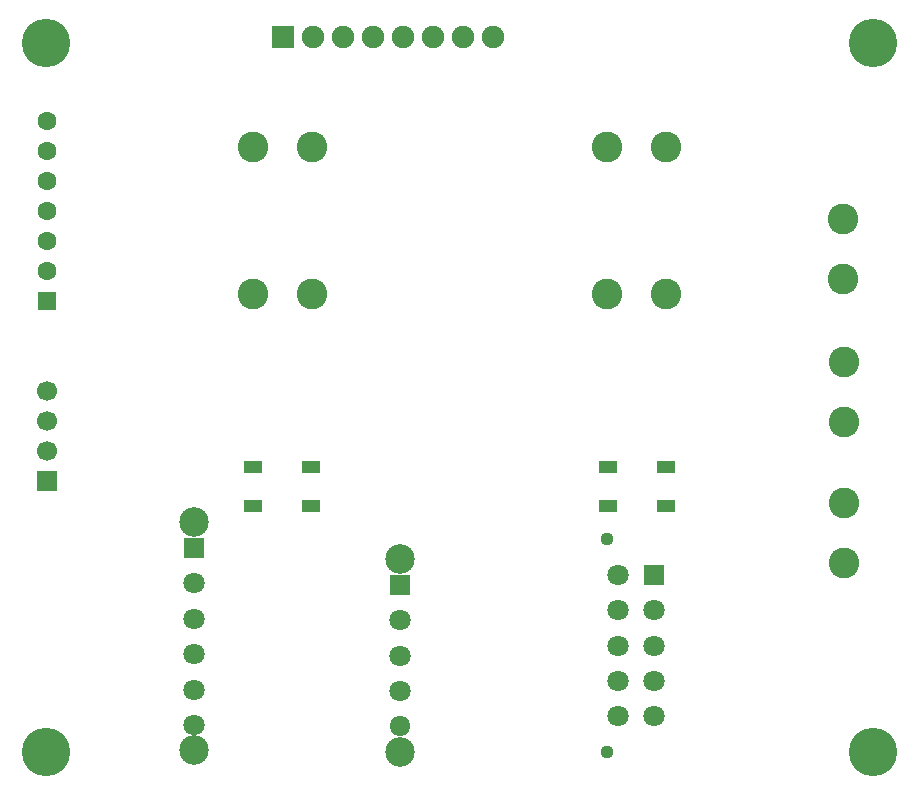
<source format=gbs>
G04*
G04 #@! TF.GenerationSoftware,Altium Limited,Altium Designer,24.8.2 (39)*
G04*
G04 Layer_Color=16711935*
%FSAX44Y44*%
%MOMM*%
G71*
G04*
G04 #@! TF.SameCoordinates,797AAC5B-F729-46B2-8772-93C60BB36BBD*
G04*
G04*
G04 #@! TF.FilePolarity,Negative*
G04*
G01*
G75*
%ADD34C,1.6000*%
%ADD38C,1.1200*%
%ADD39C,1.8000*%
%ADD40R,1.8000X1.8000*%
%ADD41R,1.6000X1.6000*%
%ADD42C,1.7000*%
%ADD43R,1.7000X1.7000*%
%ADD44R,1.9000X1.9000*%
%ADD45C,1.9000*%
%ADD46C,4.1000*%
%ADD47C,2.6000*%
%ADD48C,2.5000*%
%ADD49R,1.8000X1.7000*%
%ADD50O,1.8000X1.7000*%
%ADD67R,1.6000X1.0000*%
D34*
X00050800Y00533300D02*
D03*
Y00507900D02*
D03*
Y00482500D02*
D03*
Y00457100D02*
D03*
Y00558700D02*
D03*
Y00584200D02*
D03*
D38*
X00525000Y00230000D02*
D03*
Y00050000D02*
D03*
D39*
X00564400Y00170000D02*
D03*
Y00140000D02*
D03*
Y00110000D02*
D03*
Y00080000D02*
D03*
X00534400Y00170000D02*
D03*
Y00140000D02*
D03*
Y00110000D02*
D03*
Y00080000D02*
D03*
Y00200000D02*
D03*
X00350000Y00161500D02*
D03*
Y00131500D02*
D03*
Y00101500D02*
D03*
X00175000Y00102770D02*
D03*
Y00132770D02*
D03*
Y00162770D02*
D03*
Y00192770D02*
D03*
Y00072770D02*
D03*
D40*
X00564400Y00200000D02*
D03*
D41*
X00050800Y00431700D02*
D03*
D42*
Y00355600D02*
D03*
Y00330200D02*
D03*
Y00304800D02*
D03*
D43*
Y00279400D02*
D03*
D44*
X00250190Y00655066D02*
D03*
D45*
X00275590D02*
D03*
X00300990D02*
D03*
X00326390D02*
D03*
X00351790D02*
D03*
X00377190D02*
D03*
X00402590D02*
D03*
X00427990D02*
D03*
D46*
X00750000Y00050000D02*
D03*
X00050000D02*
D03*
X00750000Y00650000D02*
D03*
X00050000Y00650000D02*
D03*
D47*
X00725170Y00260350D02*
D03*
Y00209550D02*
D03*
X00525000Y00562500D02*
D03*
Y00437500D02*
D03*
X00575000Y00562500D02*
D03*
Y00437500D02*
D03*
X00225000Y00562500D02*
D03*
Y00437500D02*
D03*
X00275000Y00562500D02*
D03*
Y00437500D02*
D03*
X00725000Y00450000D02*
D03*
Y00500800D02*
D03*
X00725170Y00328930D02*
D03*
Y00379730D02*
D03*
D48*
X00350000Y00050000D02*
D03*
Y00213000D02*
D03*
X00175000Y00244270D02*
D03*
Y00051270D02*
D03*
D49*
X00350000Y00191500D02*
D03*
X00175000Y00222770D02*
D03*
D50*
X00350000Y00071500D02*
D03*
D67*
X00525500Y00258500D02*
D03*
Y00291500D02*
D03*
X00574500D02*
D03*
Y00258500D02*
D03*
X00225500D02*
D03*
Y00291500D02*
D03*
X00274500D02*
D03*
Y00258500D02*
D03*
M02*

</source>
